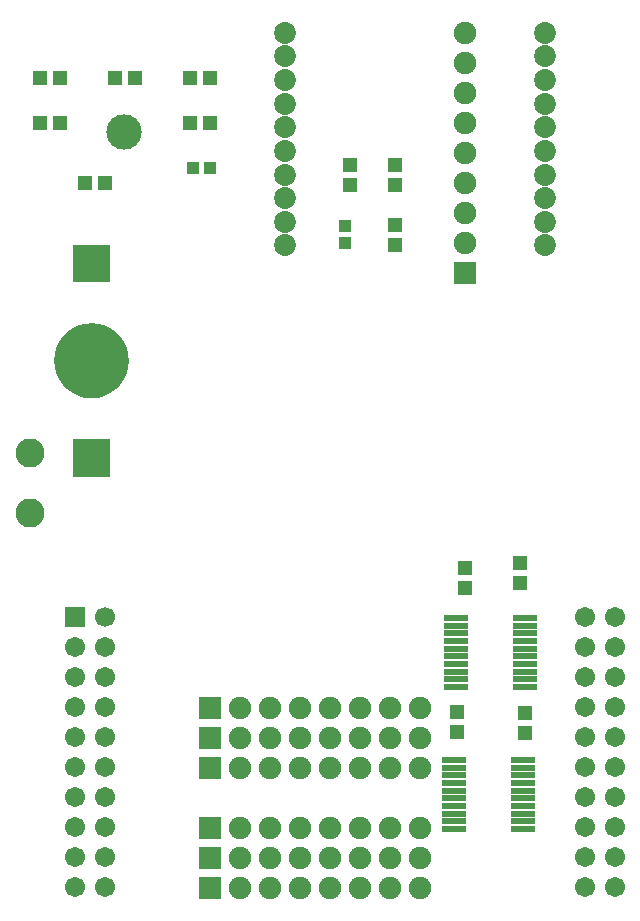
<source format=gbr>
G04 DipTrace 2.4.0.2*
%INBottomMask.gbr*%
%MOIN*%
%ADD24R,0.0433X0.0394*%
%ADD25R,0.0394X0.0433*%
%ADD30R,0.0669X0.0669*%
%ADD31C,0.0669*%
%ADD49C,0.1181*%
%ADD56C,0.0671*%
%ADD59C,0.073*%
%ADD69R,0.0789X0.0237*%
%ADD75C,0.097*%
%ADD77C,0.0749*%
%ADD78R,0.0749X0.0749*%
%ADD87R,0.0474X0.0513*%
%ADD88R,0.0513X0.0474*%
%FSLAX44Y44*%
G04*
G70*
G90*
G75*
G01*
%LNBotMask*%
%LPD*%
G36*
X6373Y24623D2*
Y25882D1*
X7632D1*
Y24623D1*
X6373D1*
G37*
G36*
Y18146D2*
Y19406D1*
X7632D1*
Y18146D1*
X6373D1*
G37*
G36*
X7003Y20764D2*
X6785Y20783D1*
X6575Y20840D1*
X6378Y20932D1*
X6199Y21057D1*
X6045Y21211D1*
X5920Y21389D1*
X5828Y21587D1*
X5771Y21797D1*
X5753Y22014D1*
D1*
X5771Y22231D1*
X5828Y22442D1*
X5920Y22639D1*
X6045Y22818D1*
X6199Y22972D1*
X6378Y23097D1*
X6575Y23189D1*
X6785Y23245D1*
X7003Y23264D1*
D1*
X7220Y23245D1*
X7430Y23189D1*
X7628Y23097D1*
X7806Y22972D1*
X7960Y22818D1*
X8085Y22639D1*
X8177Y22442D1*
X8234Y22231D1*
X8253Y22014D1*
X8234Y21797D1*
X8177Y21587D1*
X8085Y21389D1*
X7960Y21211D1*
X7806Y21057D1*
X7628Y20932D1*
X7430Y20840D1*
X7220Y20783D1*
X7003Y20764D1*
G37*
D88*
X10940Y31440D3*
X10271D3*
X7440Y27940D3*
X6771D3*
X5940Y31440D3*
X5271D3*
D87*
X17117Y27881D3*
Y28550D3*
X15617Y27881D3*
Y28550D3*
D88*
X8440Y31440D3*
X7771D3*
D87*
X17117Y25881D3*
Y26550D3*
X21446Y10268D3*
Y9599D3*
X19440Y14440D3*
Y15109D3*
X21275Y14605D3*
Y15275D3*
X19196Y9643D3*
Y10312D3*
D78*
X10940Y9440D3*
D77*
X11940D3*
X12940D3*
X13940D3*
X14940D3*
X15940D3*
X16940D3*
X17940D3*
D78*
X10940Y8440D3*
D77*
X11940D3*
X12940D3*
X13940D3*
X14940D3*
X15940D3*
X16940D3*
X17940D3*
D78*
X10940Y10440D3*
D77*
X11940D3*
X12940D3*
X13940D3*
X14940D3*
X15940D3*
X16940D3*
X17940D3*
D78*
X19444Y24936D3*
D77*
Y25936D3*
Y26936D3*
Y27936D3*
Y28936D3*
Y29936D3*
Y30936D3*
Y31936D3*
Y32936D3*
D78*
X10940Y6440D3*
D77*
X11940D3*
X12940D3*
X13940D3*
X14940D3*
X15940D3*
X16940D3*
X17940D3*
D78*
X10940Y4440D3*
D77*
X11940D3*
X12940D3*
X13940D3*
X14940D3*
X15940D3*
X16940D3*
X17940D3*
D78*
X10940Y5440D3*
D77*
X11940D3*
X12940D3*
X13940D3*
X14940D3*
X15940D3*
X16940D3*
X17940D3*
D75*
X4944Y18936D3*
Y16936D3*
D25*
X15440Y25940D3*
Y26491D3*
D24*
X10940Y28440D3*
X10389D3*
D88*
X5940Y29940D3*
X5271D3*
X10940D3*
X10271D3*
D49*
X8091Y29620D3*
D69*
X21383Y8705D3*
Y8449D3*
Y8193D3*
Y7937D3*
Y7682D3*
Y7426D3*
Y7170D3*
Y6914D3*
Y6658D3*
Y6402D3*
X19100D3*
Y6658D3*
Y6914D3*
Y7170D3*
Y7426D3*
Y7682D3*
Y7937D3*
Y8193D3*
Y8449D3*
Y8705D3*
D59*
X13444Y32939D3*
Y32152D3*
Y31364D3*
Y30577D3*
Y29789D3*
Y29002D3*
Y28215D3*
Y27427D3*
Y26640D3*
Y25852D3*
X22105D3*
Y26640D3*
Y27427D3*
Y28215D3*
Y29002D3*
Y29789D3*
Y30577D3*
Y31364D3*
Y32152D3*
Y32939D3*
D30*
X6444Y13456D3*
D56*
Y12456D3*
Y11456D3*
Y10456D3*
Y9456D3*
Y8456D3*
Y7456D3*
Y6456D3*
Y5456D3*
Y4456D3*
D31*
X7444Y13456D3*
D56*
Y12456D3*
X24444Y4456D3*
Y5456D3*
Y6456D3*
Y7456D3*
Y8456D3*
Y9456D3*
Y10456D3*
Y11456D3*
Y12456D3*
Y13456D3*
X7444Y11456D3*
Y10456D3*
Y9456D3*
Y8456D3*
Y7456D3*
Y6456D3*
Y5456D3*
Y4456D3*
X23444D3*
Y5456D3*
Y6456D3*
Y7456D3*
Y8456D3*
Y9456D3*
Y10456D3*
Y11456D3*
Y12456D3*
Y13456D3*
D69*
X21440Y13440D3*
Y13184D3*
Y12928D3*
Y12672D3*
Y12416D3*
Y12160D3*
Y11905D3*
Y11649D3*
Y11393D3*
Y11137D3*
X19156D3*
X19157Y11393D3*
Y11649D3*
Y11905D3*
Y12160D3*
Y12416D3*
Y12672D3*
Y12928D3*
Y13184D3*
Y13440D3*
M02*

</source>
